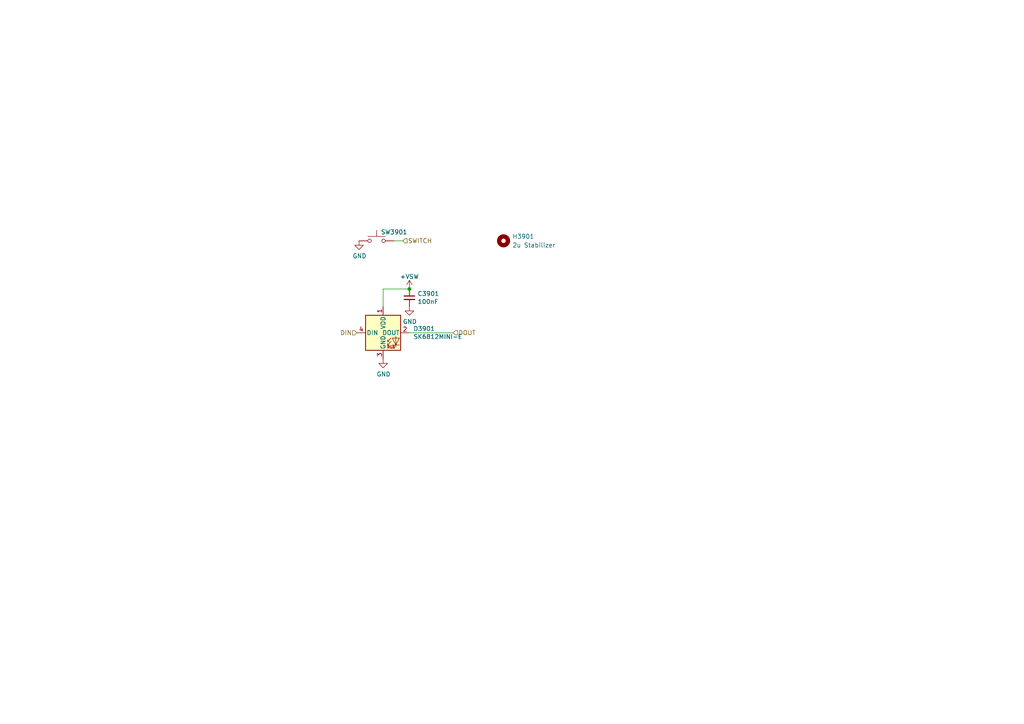
<source format=kicad_sch>
(kicad_sch (version 20211123) (generator eeschema)
  (paper "A4")
  (lib_symbols
    (symbol "Device:C_Small" (pin_numbers hide) (pin_names (offset 0.254) hide)
      (property "Reference" "C" (at 0.254 1.778 0))
      (property "Value" "C_Small" (at 0.254 -2.032 0))
      (symbol "C_Small_0_1"
        (polyline (pts (xy -1.524 -0.508) (xy 1.524 -0.508)) (stroke (width 0.3302)))
        (polyline (pts (xy -1.524 0.508) (xy 1.524 0.508)) (stroke (width 0.3048)))
      )
      (symbol "C_Small_1_1"
        (pin passive line (at 0 2.54 270) (length 2.032) (name "~") (number "1"))
        (pin passive line (at 0 -2.54 90) (length 2.032) (name "~") (number "2"))
      )
    )
    (symbol "Mechanical:MountingHole" (pin_names (offset 1.016))
      (property "Reference" "H" (at 0 5.08 0))
      (property "Value" "MountingHole" (at 0 3.175 0))
      (symbol "MountingHole_0_1"
        (circle (center 0 0) (radius 1.27) (stroke (width 1.27)))
      )
    )
    (symbol "Switch:SW_Push" (pin_numbers hide) (pin_names (offset 1.016) hide)
      (property "Reference" "SW" (at 1.27 2.54 0))
      (property "Value" "SW_Push" (at 0 -1.524 0))
      (symbol "SW_Push_0_1"
        (circle (center -2.032 0) (radius 0.508))
        (polyline (pts (xy 0 1.27) (xy 0 3.048)))
        (polyline (pts (xy 2.54 1.27) (xy -2.54 1.27)))
        (circle (center 2.032 0) (radius 0.508))
        (pin passive line (at -5.08 0 0) (length 2.54) (name "1") (number "1"))
        (pin passive line (at 5.08 0 180) (length 2.54) (name "2") (number "2"))
      )
    )
    (symbol "ergoducks:SK6812MINI-E" (pin_names (offset 0.254))
      (property "Reference" "D" (at 5.08 5.715 0))
      (property "Value" "SK6812MINI-E" (at 1.27 -5.715 0))
      (symbol "SK6812MINI-E_0_0"
        (text "RGB" (at 2.286 -4.191 0) (effects (font (size 0.762 0.762))))
      )
      (symbol "SK6812MINI-E_0_1"
        (polyline (pts (xy 1.27 -3.556) (xy 1.778 -3.556)))
        (polyline (pts (xy 1.27 -2.54) (xy 1.778 -2.54)))
        (polyline (pts (xy 4.699 -3.556) (xy 2.667 -3.556)))
        (polyline (pts (xy 2.286 -2.54) (xy 1.27 -3.556) (xy 1.27 -3.048)))
        (polyline (pts (xy 2.286 -1.524) (xy 1.27 -2.54) (xy 1.27 -2.032)))
        (polyline (pts (xy 3.683 -1.016) (xy 3.683 -3.556) (xy 3.683 -4.064)))
        (polyline (pts (xy 4.699 -1.524) (xy 2.667 -1.524) (xy 3.683 -3.556) (xy 4.699 -1.524)))
        (rectangle (start 5.08 5.08) (end -5.08 -5.08) (stroke (width 0.254)) (fill (type background)))
      )
      (symbol "SK6812MINI-E_1_1"
        (pin power_in line (at 0 7.62 270) (length 2.54) (name "VDD") (number "1"))
        (pin output line (at 7.62 0 180) (length 2.54) (name "DOUT") (number "2"))
        (pin power_in line (at 0 -7.62 90) (length 2.54) (name "GND") (number "3"))
        (pin input line (at -7.62 0 0) (length 2.54) (name "DIN") (number "4"))
      )
    )
    (symbol "power:+VSW" (power) (pin_names (offset 0))
      (property "Value" "+VSW" (at 0 3.556 0))
      (symbol "+VSW_0_1"
        (polyline (pts (xy -0.762 1.27) (xy 0 2.54)))
        (polyline (pts (xy 0 0) (xy 0 2.54)))
        (polyline (pts (xy 0 2.54) (xy 0.762 1.27)))
      )
      (symbol "+VSW_1_1"
        (pin power_in line (at 0 0 90) (length 0) hide (name "+VSW") (number "1"))
      )
    )
    (symbol "power:GND" (power) (pin_names (offset 0))
      (property "Value" "GND" (at 0 -3.81 0))
      (symbol "GND_0_1"
        (polyline (pts (xy 0 0) (xy 0 -1.27) (xy 1.27 -1.27) (xy 0 -2.54) (xy -1.27 -1.27) (xy 0 -1.27)))
      )
      (symbol "GND_1_1"
        (pin power_in line (at 0 0 270) (length 0) hide (name "GND") (number "1"))
      )
    )
  )
  (junction (at 118.745 83.82))
  (wire (pts (xy 118.745 83.82) (xy 111.125 83.82)))
  (wire (pts (xy 114.3 69.85) (xy 116.84 69.85)))
  (wire (pts (xy 118.745 96.52) (xy 131.445 96.52)))
  (wire (pts (xy 111.125 83.82) (xy 111.125 88.9)))
  (hierarchical_label "DOUT" (shape input) (at 131.445 96.52 0))
  (hierarchical_label "DIN" (shape input) (at 103.505 96.52 180))
  (hierarchical_label "SWITCH" (shape input) (at 116.84 69.85 0))
  (symbol (lib_id "ergoducks:SK6812MINI-E") (at 111.125 96.52 0) (unit 1)
    (property "Reference" "D3901" (at 119.8626 95.3516 0) (effects (justify left)))
    (property "Value" "SK6812MINI-E" (at 119.8626 97.663 0) (effects (justify left)))
    (property "Footprint" "prettylib:SK6812MINI-E-reversible" (effects hide))
    (property "Datasheet" "https://cdn-shop.adafruit.com/product-files/4960/4960_SK6812MINI-E_REV02_EN.pdf" (effects hide))
    (property "MANUFACTURER" "DONGGUAN OPSCO OPTOELECTRONICS" (effects hide))
    (property "PARTREV" " " (effects hide))
    (property "Product name" "SK6812MINI-E" (effects hide))
    (property "Adafruit partno" "4960" (effects hide))
    (property "Digikey partno" "1528-4960-ND" (effects hide))
  )
  (symbol (lib_id "Switch:SW_Push") (at 109.22 69.85 0) (unit 1)
    (property "Reference" "SW3901" (at 114.3 67.31 0))
    (property "Footprint" "prettylib:keyboard_switch_reversible-2u" (effects hide))
    (property "MANUFACTURER" "Cherry" (effects hide))
    (property "PARTREV" " " (effects hide))
    (property "Product name" "MX1A-G1NA " (effects hide))
    (property "Mouser partno" "540-MX1A-G1NA" (effects hide))
    (property "Digikey partno" "MX1A-G1NA-ND" (effects hide))
  )
  (symbol (lib_id "power:GND") (at 111.125 104.14 0) (unit 1)
    (property "Reference" "#PWR03902" (effects hide))
    (property "Value" "~" (at 111.252 108.5342 0))
  )
  (symbol (lib_id "Device:C_Small") (at 118.745 86.36 0) (unit 1)
    (property "Reference" "C3901" (at 121.0818 85.1916 0) (effects (justify left)))
    (property "Value" "100nF" (at 121.0818 87.503 0) (effects (justify left)))
    (property "Footprint" "Capacitor_SMD:C_0603_1608Metric_Pad1.08x0.95mm_HandSolder" (effects hide))
    (property "Datasheet" "https://media.digikey.com/pdf/Data%20Sheets/Samsung%20PDFs/CL10B104JB8NNNC_Spec.pdf" (effects hide))
    (property "MANUFACTURER" "Samsung" (effects hide))
    (property "PARTREV" " " (effects hide))
    (property "Product name" "CL10B104JB8NNNC" (effects hide))
    (property "Mouser partno" "187-CL10B104JB8NNNC" (effects hide))
    (property "Digikey partno" "1276-1033-1-ND" (effects hide))
  )
  (symbol (lib_id "power:GND") (at 104.14 69.85 0) (unit 1)
    (property "Reference" "#PWR03901" (effects hide))
    (property "Value" "~" (at 104.267 74.2442 0))
  )
  (symbol (lib_id "power:+VSW") (at 118.745 83.82 0) (unit 1)
    (property "Reference" "#PWR0166" (effects hide))
    (property "Value" "+VSW" (at 118.745 80.2442 0))
  )
  (symbol (lib_id "Mechanical:MountingHole") (at 146.05 69.85 0) (unit 1)
    (property "Reference" "H3901" (at 148.59 68.5799 0) (effects (justify left)))
    (property "Value" "2u Stabilizer" (at 148.59 71.1199 0) (effects (justify left)))
    (property "Footprint" "prettylib:keyboard_switch_support-2u" (effects hide))
    (property "Datasheet" "https://cdn.sparkfun.com/datasheets/Components/Switches/MX%20Series.pdf" (effects hide))
    (property "MANUFACTURER" "Cherry " (effects hide))
    (property "Product name" "Stabiliser" (effects hide))
    (property "Mouser partno" "540-G99-0224 " (effects hide))
    (property "Digikey partno" "0G990224-ND" (effects hide))
  )
  (symbol (lib_id "power:GND") (at 118.745 88.9 0) (unit 1)
    (property "Reference" "#PWR03904" (effects hide))
    (property "Value" "~" (at 118.872 93.2942 0))
  )
)
</source>
